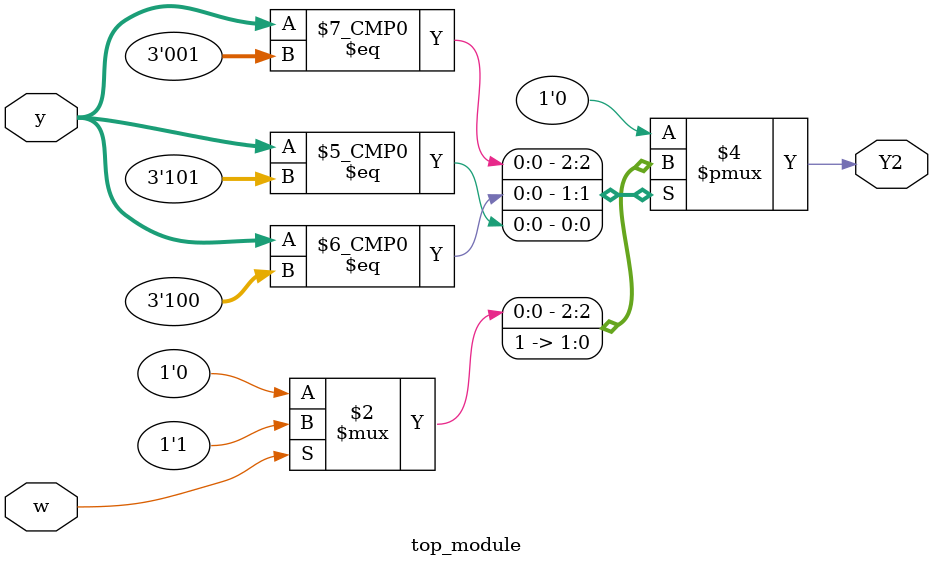
<source format=sv>
module top_module(
    input [3:1] y,
    input w,
    output reg Y2);

    always @(*) begin
        case (y)
            3'b000: Y2 = 1'b0;        // A
            3'b001: Y2 = w ? 1'b1 : 1'b0;  // B
            3'b010: Y2 = 1'b0;        // C
            3'b011: Y2 = 1'b0;        // D
            3'b100: Y2 = 1'b1;        // E
            3'b101: Y2 = 1'b1;        // F
            default: Y2 = 1'b0;       // Safety default
        endcase
    end
endmodule

</source>
